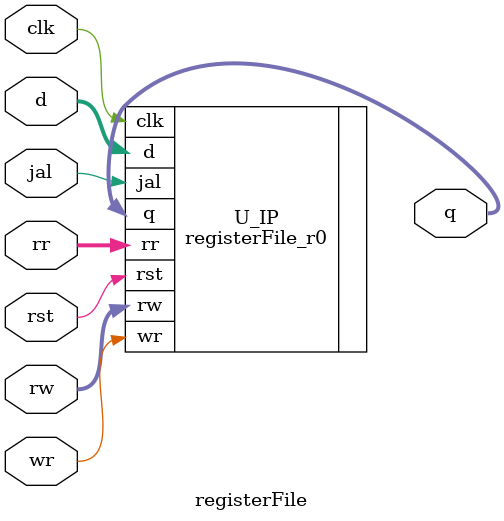
<source format=v>
/*
DESCRIPTION

NOTES

TODO

*/

module registerFile #(
parameter DATA_WIDTH = 32,
parameter RD_DEPTH = 2,
parameter REG_DEPTH = 32,
parameter ADDR_WIDTH = log2(REG_DEPTH),
parameter ARCH_SEL = 1
)(
input clk,
input rst,
input jal,
input wr,
input [ADDR_WIDTH*RD_DEPTH-1:0] rr,
input [ADDR_WIDTH-1:0] rw,
input [DATA_WIDTH-1:0] d,
output [DATA_WIDTH*RD_DEPTH-1:0] q
);

/**********
 * Internal Signals
**********/

function integer log2; //This is a macro function (no hardware created) which finds the log2, returns log2
   input [31:0] val; //input to the function
   integer 	i;
   begin
      log2 = 0;
      for(i = 0; 2**i < val; i = i + 1)
		log2 = i + 1;
   end
endfunction

/**********
 * Glue Logic 
 **********/
/**********
 * Synchronous Logic
 **********/
/**********
 * Glue Logic 
 **********/
/**********
 * Components
 **********/
 
registerFile_r0 #(
  .DATA_WIDTH(DATA_WIDTH),
  .RD_DEPTH(RD_DEPTH),
  .REG_DEPTH(REG_DEPTH),
  .ADDR_WIDTH(ADDR_WIDTH)
)U_IP(
  .clk(clk),
  .rst(rst),
  .jal(jal),
  .wr(wr),
  .rr(rr),
  .rw(rw),
  .d(d),
  .q(q)
);
 
/**********
 * Output Combinatorial Logic
 **********/
endmodule

</source>
